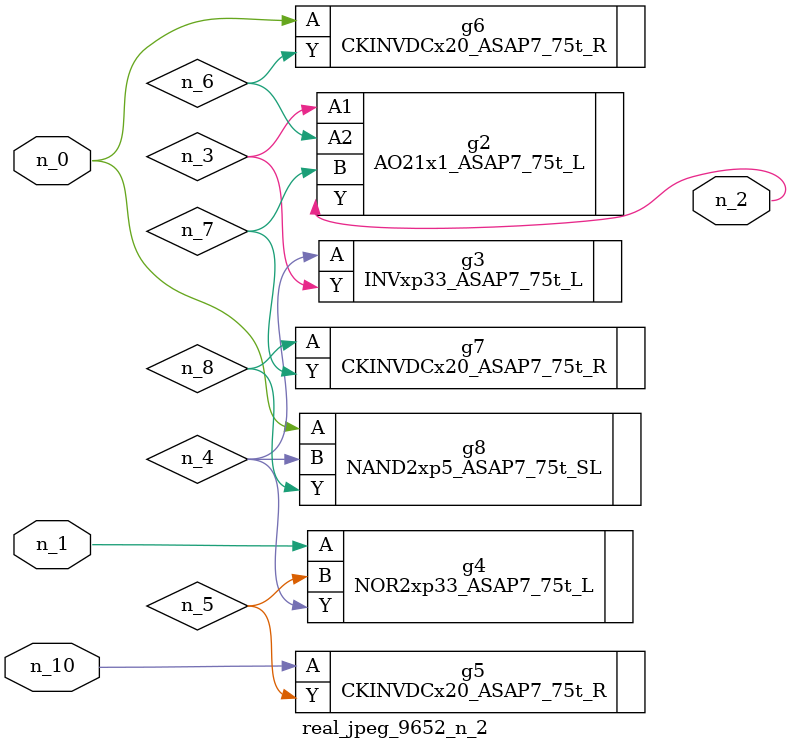
<source format=v>
module real_jpeg_9652_n_2 (n_1, n_10, n_0, n_2);

input n_1;
input n_10;
input n_0;

output n_2;

wire n_5;
wire n_4;
wire n_8;
wire n_6;
wire n_7;
wire n_3;

CKINVDCx20_ASAP7_75t_R g6 ( 
.A(n_0),
.Y(n_6)
);

NAND2xp5_ASAP7_75t_SL g8 ( 
.A(n_0),
.B(n_4),
.Y(n_8)
);

NOR2xp33_ASAP7_75t_L g4 ( 
.A(n_1),
.B(n_5),
.Y(n_4)
);

AO21x1_ASAP7_75t_L g2 ( 
.A1(n_3),
.A2(n_6),
.B(n_7),
.Y(n_2)
);

INVxp33_ASAP7_75t_L g3 ( 
.A(n_4),
.Y(n_3)
);

CKINVDCx20_ASAP7_75t_R g7 ( 
.A(n_8),
.Y(n_7)
);

CKINVDCx20_ASAP7_75t_R g5 ( 
.A(n_10),
.Y(n_5)
);


endmodule
</source>
